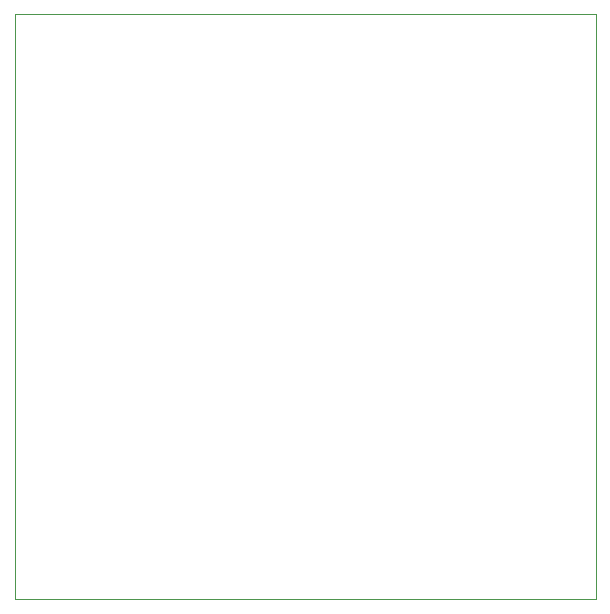
<source format=gbo>
G75*
%MOIN*%
%OFA0B0*%
%FSLAX25Y25*%
%IPPOS*%
%LPD*%
%AMOC8*
5,1,8,0,0,1.08239X$1,22.5*
%
%ADD10C,0.00000*%
D10*
X0002200Y0002200D02*
X0002200Y0197161D01*
X0195901Y0197161D01*
X0195901Y0002200D01*
X0002200Y0002200D01*
M02*

</source>
